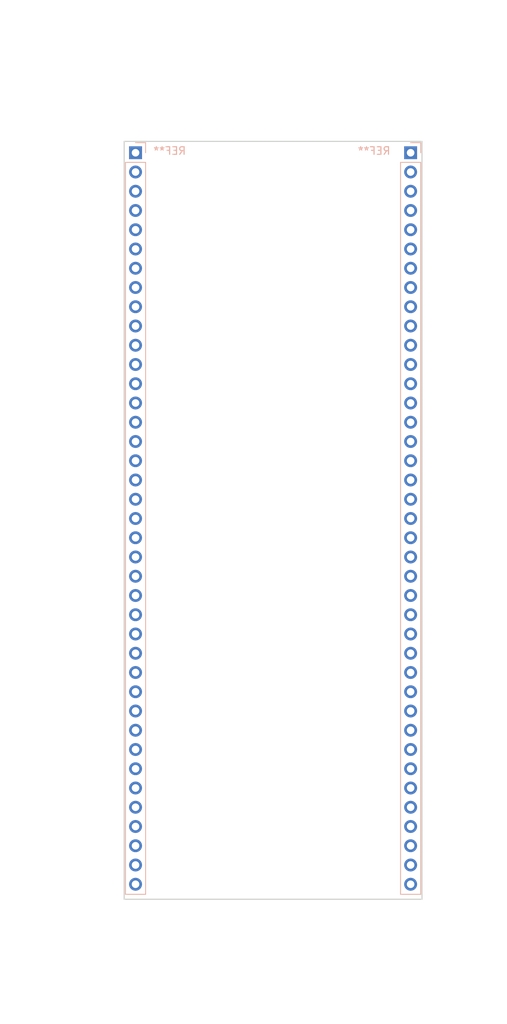
<source format=kicad_pcb>
(kicad_pcb (version 20171130) (host pcbnew no-vcs-found-a7cdd94~61~ubuntu17.10.1)

  (general
    (thickness 1.6)
    (drawings 32)
    (tracks 0)
    (zones 0)
    (modules 2)
    (nets 1)
  )

  (page A4)
  (layers
    (0 F.Cu signal)
    (31 B.Cu signal)
    (32 B.Adhes user)
    (33 F.Adhes user)
    (34 B.Paste user)
    (35 F.Paste user)
    (36 B.SilkS user)
    (37 F.SilkS user)
    (38 B.Mask user)
    (39 F.Mask user)
    (40 Dwgs.User user)
    (41 Cmts.User user)
    (42 Eco1.User user)
    (43 Eco2.User user)
    (44 Edge.Cuts user)
    (45 Margin user)
    (46 B.CrtYd user)
    (47 F.CrtYd user)
    (48 B.Fab user)
    (49 F.Fab user)
  )

  (setup
    (last_trace_width 0.25)
    (trace_clearance 0.2)
    (zone_clearance 0.508)
    (zone_45_only no)
    (trace_min 0.2)
    (segment_width 0.2)
    (edge_width 0.15)
    (via_size 0.6)
    (via_drill 0.4)
    (via_min_size 0.4)
    (via_min_drill 0.3)
    (uvia_size 0.3)
    (uvia_drill 0.1)
    (uvias_allowed no)
    (uvia_min_size 0.2)
    (uvia_min_drill 0.1)
    (pcb_text_width 0.3)
    (pcb_text_size 1.5 1.5)
    (mod_edge_width 0.15)
    (mod_text_size 1 1)
    (mod_text_width 0.15)
    (pad_size 1.524 1.524)
    (pad_drill 0.762)
    (pad_to_mask_clearance 0.2)
    (aux_axis_origin 0 0)
    (visible_elements FFFFFF7F)
    (pcbplotparams
      (layerselection 0x00030_80000001)
      (usegerberextensions false)
      (usegerberattributes false)
      (usegerberadvancedattributes false)
      (creategerberjobfile false)
      (excludeedgelayer true)
      (linewidth 0.100000)
      (plotframeref false)
      (viasonmask false)
      (mode 1)
      (useauxorigin false)
      (hpglpennumber 1)
      (hpglpenspeed 20)
      (hpglpendiameter 15)
      (psnegative false)
      (psa4output false)
      (plotreference true)
      (plotvalue true)
      (plotinvisibletext false)
      (padsonsilk false)
      (subtractmaskfromsilk false)
      (outputformat 1)
      (mirror false)
      (drillshape 1)
      (scaleselection 1)
      (outputdirectory ""))
  )

  (net 0 "")

  (net_class Default "This is the default net class."
    (clearance 0.2)
    (trace_width 0.25)
    (via_dia 0.6)
    (via_drill 0.4)
    (uvia_dia 0.3)
    (uvia_drill 0.1)
  )

  (module erack:Headers39Male (layer B.Cu) (tedit 5A842145) (tstamp 5A8E866F)
    (at 153.3 39.75 180)
    (descr "Through hole straight pin header, 1x39, 2.54mm pitch, single row")
    (tags "Through hole pin header THT 1x39 2.54mm single row")
    (fp_text reference REF** (at 4.826 0.25 180) (layer B.SilkS)
      (effects (font (size 1 1) (thickness 0.15)) (justify mirror))
    )
    (fp_text value Val** (at 0 -98.85 180) (layer B.Fab)
      (effects (font (size 1 1) (thickness 0.15)) (justify mirror))
    )
    (fp_line (start -0.635 1.27) (end 1.27 1.27) (layer B.Fab) (width 0.1))
    (fp_line (start 1.27 1.27) (end 1.27 -97.79) (layer B.Fab) (width 0.1))
    (fp_line (start 1.27 -97.79) (end -1.27 -97.79) (layer B.Fab) (width 0.1))
    (fp_line (start -1.27 -97.79) (end -1.27 0.635) (layer B.Fab) (width 0.1))
    (fp_line (start -1.27 0.635) (end -0.635 1.27) (layer B.Fab) (width 0.1))
    (fp_line (start -1.33 -97.85) (end 1.33 -97.85) (layer B.SilkS) (width 0.12))
    (fp_line (start -1.33 -1.27) (end -1.33 -97.85) (layer B.SilkS) (width 0.12))
    (fp_line (start 1.33 -1.27) (end 1.33 -97.85) (layer B.SilkS) (width 0.12))
    (fp_line (start -1.33 -1.27) (end 1.33 -1.27) (layer B.SilkS) (width 0.12))
    (fp_line (start -1.33 0) (end -1.33 1.33) (layer B.SilkS) (width 0.12))
    (fp_line (start -1.33 1.33) (end 0 1.33) (layer B.SilkS) (width 0.12))
    (fp_line (start -1.8 1.8) (end -1.8 -98.3) (layer B.CrtYd) (width 0.05))
    (fp_line (start -1.8 -98.3) (end 1.8 -98.3) (layer B.CrtYd) (width 0.05))
    (fp_line (start 1.8 -98.3) (end 1.8 1.8) (layer B.CrtYd) (width 0.05))
    (fp_line (start 1.8 1.8) (end -1.8 1.8) (layer B.CrtYd) (width 0.05))
    (fp_text user %R (at 0 -48.26 90) (layer B.Fab)
      (effects (font (size 1 1) (thickness 0.15)) (justify mirror))
    )
    (pad 1 thru_hole rect (at 0 0 180) (size 1.7 1.7) (drill 1) (layers *.Cu *.Mask))
    (pad 2 thru_hole oval (at 0 -2.54 180) (size 1.7 1.7) (drill 1) (layers *.Cu *.Mask))
    (pad 3 thru_hole oval (at 0 -5.08 180) (size 1.7 1.7) (drill 1) (layers *.Cu *.Mask))
    (pad 4 thru_hole oval (at 0 -7.62 180) (size 1.7 1.7) (drill 1) (layers *.Cu *.Mask))
    (pad 5 thru_hole oval (at 0 -10.16 180) (size 1.7 1.7) (drill 1) (layers *.Cu *.Mask))
    (pad 6 thru_hole oval (at 0 -12.7 180) (size 1.7 1.7) (drill 1) (layers *.Cu *.Mask))
    (pad 7 thru_hole oval (at 0 -15.24 180) (size 1.7 1.7) (drill 1) (layers *.Cu *.Mask))
    (pad 8 thru_hole oval (at 0 -17.78 180) (size 1.7 1.7) (drill 1) (layers *.Cu *.Mask))
    (pad 9 thru_hole oval (at 0 -20.32 180) (size 1.7 1.7) (drill 1) (layers *.Cu *.Mask))
    (pad 10 thru_hole oval (at 0 -22.86 180) (size 1.7 1.7) (drill 1) (layers *.Cu *.Mask))
    (pad 11 thru_hole oval (at 0 -25.4 180) (size 1.7 1.7) (drill 1) (layers *.Cu *.Mask))
    (pad 12 thru_hole oval (at 0 -27.94 180) (size 1.7 1.7) (drill 1) (layers *.Cu *.Mask))
    (pad 13 thru_hole oval (at 0 -30.48 180) (size 1.7 1.7) (drill 1) (layers *.Cu *.Mask))
    (pad 14 thru_hole oval (at 0 -33.02 180) (size 1.7 1.7) (drill 1) (layers *.Cu *.Mask))
    (pad 15 thru_hole oval (at 0 -35.56 180) (size 1.7 1.7) (drill 1) (layers *.Cu *.Mask))
    (pad 16 thru_hole oval (at 0 -38.1 180) (size 1.7 1.7) (drill 1) (layers *.Cu *.Mask))
    (pad 17 thru_hole oval (at 0 -40.64 180) (size 1.7 1.7) (drill 1) (layers *.Cu *.Mask))
    (pad 18 thru_hole oval (at 0 -43.18 180) (size 1.7 1.7) (drill 1) (layers *.Cu *.Mask))
    (pad 19 thru_hole oval (at 0 -45.72 180) (size 1.7 1.7) (drill 1) (layers *.Cu *.Mask))
    (pad 20 thru_hole oval (at 0 -48.26 180) (size 1.7 1.7) (drill 1) (layers *.Cu *.Mask))
    (pad 21 thru_hole oval (at 0 -50.8 180) (size 1.7 1.7) (drill 1) (layers *.Cu *.Mask))
    (pad 22 thru_hole oval (at 0 -53.34 180) (size 1.7 1.7) (drill 1) (layers *.Cu *.Mask))
    (pad 23 thru_hole oval (at 0 -55.88 180) (size 1.7 1.7) (drill 1) (layers *.Cu *.Mask))
    (pad 24 thru_hole oval (at 0 -58.42 180) (size 1.7 1.7) (drill 1) (layers *.Cu *.Mask))
    (pad 25 thru_hole oval (at 0 -60.96 180) (size 1.7 1.7) (drill 1) (layers *.Cu *.Mask))
    (pad 26 thru_hole oval (at 0 -63.5 180) (size 1.7 1.7) (drill 1) (layers *.Cu *.Mask))
    (pad 27 thru_hole oval (at 0 -66.04 180) (size 1.7 1.7) (drill 1) (layers *.Cu *.Mask))
    (pad 28 thru_hole oval (at 0 -68.58 180) (size 1.7 1.7) (drill 1) (layers *.Cu *.Mask))
    (pad 29 thru_hole oval (at 0 -71.12 180) (size 1.7 1.7) (drill 1) (layers *.Cu *.Mask))
    (pad 30 thru_hole oval (at 0 -73.66 180) (size 1.7 1.7) (drill 1) (layers *.Cu *.Mask))
    (pad 31 thru_hole oval (at 0 -76.2 180) (size 1.7 1.7) (drill 1) (layers *.Cu *.Mask))
    (pad 32 thru_hole oval (at 0 -78.74 180) (size 1.7 1.7) (drill 1) (layers *.Cu *.Mask))
    (pad 33 thru_hole oval (at 0 -81.28 180) (size 1.7 1.7) (drill 1) (layers *.Cu *.Mask))
    (pad 34 thru_hole oval (at 0 -83.82 180) (size 1.7 1.7) (drill 1) (layers *.Cu *.Mask))
    (pad 35 thru_hole oval (at 0 -86.36 180) (size 1.7 1.7) (drill 1) (layers *.Cu *.Mask))
    (pad 36 thru_hole oval (at 0 -88.9 180) (size 1.7 1.7) (drill 1) (layers *.Cu *.Mask))
    (pad 37 thru_hole oval (at 0 -91.44 180) (size 1.7 1.7) (drill 1) (layers *.Cu *.Mask))
    (pad 38 thru_hole oval (at 0 -93.98 180) (size 1.7 1.7) (drill 1) (layers *.Cu *.Mask))
    (pad 39 thru_hole oval (at 0 -96.52 180) (size 1.7 1.7) (drill 1) (layers *.Cu *.Mask))
    (model ${KISYS3DMOD}/Pin_Headers.3dshapes/Pin_Header_Straight_1x39_Pitch2.54mm.wrl
      (at (xyz 0 0 0))
      (scale (xyz 1 1 1))
      (rotate (xyz 0 0 0))
    )
    (model ${KIPRJMOD}/libraries/erack.pretty/PinHeader_1x39_P2.54mm_Vertical.wrl
      (at (xyz 0 0 0))
      (scale (xyz 1 1 1))
      (rotate (xyz 0 0 0))
    )
  )

  (module erack:Headers39Male (layer B.Cu) (tedit 5A842145) (tstamp 5A8E82BA)
    (at 117 39.75 180)
    (descr "Through hole straight pin header, 1x39, 2.54mm pitch, single row")
    (tags "Through hole pin header THT 1x39 2.54mm single row")
    (fp_text reference REF** (at -4.5 0.25 180) (layer B.SilkS)
      (effects (font (size 1 1) (thickness 0.15)) (justify mirror))
    )
    (fp_text value Val** (at 0 -98.85 180) (layer B.Fab)
      (effects (font (size 1 1) (thickness 0.15)) (justify mirror))
    )
    (fp_line (start -0.635 1.27) (end 1.27 1.27) (layer B.Fab) (width 0.1))
    (fp_line (start 1.27 1.27) (end 1.27 -97.79) (layer B.Fab) (width 0.1))
    (fp_line (start 1.27 -97.79) (end -1.27 -97.79) (layer B.Fab) (width 0.1))
    (fp_line (start -1.27 -97.79) (end -1.27 0.635) (layer B.Fab) (width 0.1))
    (fp_line (start -1.27 0.635) (end -0.635 1.27) (layer B.Fab) (width 0.1))
    (fp_line (start -1.33 -97.85) (end 1.33 -97.85) (layer B.SilkS) (width 0.12))
    (fp_line (start -1.33 -1.27) (end -1.33 -97.85) (layer B.SilkS) (width 0.12))
    (fp_line (start 1.33 -1.27) (end 1.33 -97.85) (layer B.SilkS) (width 0.12))
    (fp_line (start -1.33 -1.27) (end 1.33 -1.27) (layer B.SilkS) (width 0.12))
    (fp_line (start -1.33 0) (end -1.33 1.33) (layer B.SilkS) (width 0.12))
    (fp_line (start -1.33 1.33) (end 0 1.33) (layer B.SilkS) (width 0.12))
    (fp_line (start -1.8 1.8) (end -1.8 -98.3) (layer B.CrtYd) (width 0.05))
    (fp_line (start -1.8 -98.3) (end 1.8 -98.3) (layer B.CrtYd) (width 0.05))
    (fp_line (start 1.8 -98.3) (end 1.8 1.8) (layer B.CrtYd) (width 0.05))
    (fp_line (start 1.8 1.8) (end -1.8 1.8) (layer B.CrtYd) (width 0.05))
    (fp_text user %R (at 0 -48.26 90) (layer B.Fab)
      (effects (font (size 1 1) (thickness 0.15)) (justify mirror))
    )
    (pad 1 thru_hole rect (at 0 0 180) (size 1.7 1.7) (drill 1) (layers *.Cu *.Mask))
    (pad 2 thru_hole oval (at 0 -2.54 180) (size 1.7 1.7) (drill 1) (layers *.Cu *.Mask))
    (pad 3 thru_hole oval (at 0 -5.08 180) (size 1.7 1.7) (drill 1) (layers *.Cu *.Mask))
    (pad 4 thru_hole oval (at 0 -7.62 180) (size 1.7 1.7) (drill 1) (layers *.Cu *.Mask))
    (pad 5 thru_hole oval (at 0 -10.16 180) (size 1.7 1.7) (drill 1) (layers *.Cu *.Mask))
    (pad 6 thru_hole oval (at 0 -12.7 180) (size 1.7 1.7) (drill 1) (layers *.Cu *.Mask))
    (pad 7 thru_hole oval (at 0 -15.24 180) (size 1.7 1.7) (drill 1) (layers *.Cu *.Mask))
    (pad 8 thru_hole oval (at 0 -17.78 180) (size 1.7 1.7) (drill 1) (layers *.Cu *.Mask))
    (pad 9 thru_hole oval (at 0 -20.32 180) (size 1.7 1.7) (drill 1) (layers *.Cu *.Mask))
    (pad 10 thru_hole oval (at 0 -22.86 180) (size 1.7 1.7) (drill 1) (layers *.Cu *.Mask))
    (pad 11 thru_hole oval (at 0 -25.4 180) (size 1.7 1.7) (drill 1) (layers *.Cu *.Mask))
    (pad 12 thru_hole oval (at 0 -27.94 180) (size 1.7 1.7) (drill 1) (layers *.Cu *.Mask))
    (pad 13 thru_hole oval (at 0 -30.48 180) (size 1.7 1.7) (drill 1) (layers *.Cu *.Mask))
    (pad 14 thru_hole oval (at 0 -33.02 180) (size 1.7 1.7) (drill 1) (layers *.Cu *.Mask))
    (pad 15 thru_hole oval (at 0 -35.56 180) (size 1.7 1.7) (drill 1) (layers *.Cu *.Mask))
    (pad 16 thru_hole oval (at 0 -38.1 180) (size 1.7 1.7) (drill 1) (layers *.Cu *.Mask))
    (pad 17 thru_hole oval (at 0 -40.64 180) (size 1.7 1.7) (drill 1) (layers *.Cu *.Mask))
    (pad 18 thru_hole oval (at 0 -43.18 180) (size 1.7 1.7) (drill 1) (layers *.Cu *.Mask))
    (pad 19 thru_hole oval (at 0 -45.72 180) (size 1.7 1.7) (drill 1) (layers *.Cu *.Mask))
    (pad 20 thru_hole oval (at 0 -48.26 180) (size 1.7 1.7) (drill 1) (layers *.Cu *.Mask))
    (pad 21 thru_hole oval (at 0 -50.8 180) (size 1.7 1.7) (drill 1) (layers *.Cu *.Mask))
    (pad 22 thru_hole oval (at 0 -53.34 180) (size 1.7 1.7) (drill 1) (layers *.Cu *.Mask))
    (pad 23 thru_hole oval (at 0 -55.88 180) (size 1.7 1.7) (drill 1) (layers *.Cu *.Mask))
    (pad 24 thru_hole oval (at 0 -58.42 180) (size 1.7 1.7) (drill 1) (layers *.Cu *.Mask))
    (pad 25 thru_hole oval (at 0 -60.96 180) (size 1.7 1.7) (drill 1) (layers *.Cu *.Mask))
    (pad 26 thru_hole oval (at 0 -63.5 180) (size 1.7 1.7) (drill 1) (layers *.Cu *.Mask))
    (pad 27 thru_hole oval (at 0 -66.04 180) (size 1.7 1.7) (drill 1) (layers *.Cu *.Mask))
    (pad 28 thru_hole oval (at 0 -68.58 180) (size 1.7 1.7) (drill 1) (layers *.Cu *.Mask))
    (pad 29 thru_hole oval (at 0 -71.12 180) (size 1.7 1.7) (drill 1) (layers *.Cu *.Mask))
    (pad 30 thru_hole oval (at 0 -73.66 180) (size 1.7 1.7) (drill 1) (layers *.Cu *.Mask))
    (pad 31 thru_hole oval (at 0 -76.2 180) (size 1.7 1.7) (drill 1) (layers *.Cu *.Mask))
    (pad 32 thru_hole oval (at 0 -78.74 180) (size 1.7 1.7) (drill 1) (layers *.Cu *.Mask))
    (pad 33 thru_hole oval (at 0 -81.28 180) (size 1.7 1.7) (drill 1) (layers *.Cu *.Mask))
    (pad 34 thru_hole oval (at 0 -83.82 180) (size 1.7 1.7) (drill 1) (layers *.Cu *.Mask))
    (pad 35 thru_hole oval (at 0 -86.36 180) (size 1.7 1.7) (drill 1) (layers *.Cu *.Mask))
    (pad 36 thru_hole oval (at 0 -88.9 180) (size 1.7 1.7) (drill 1) (layers *.Cu *.Mask))
    (pad 37 thru_hole oval (at 0 -91.44 180) (size 1.7 1.7) (drill 1) (layers *.Cu *.Mask))
    (pad 38 thru_hole oval (at 0 -93.98 180) (size 1.7 1.7) (drill 1) (layers *.Cu *.Mask))
    (pad 39 thru_hole oval (at 0 -96.52 180) (size 1.7 1.7) (drill 1) (layers *.Cu *.Mask))
    (model ${KISYS3DMOD}/Pin_Headers.3dshapes/Pin_Header_Straight_1x39_Pitch2.54mm.wrl
      (at (xyz 0 0 0))
      (scale (xyz 1 1 1))
      (rotate (xyz 0 0 0))
    )
    (model ${KIPRJMOD}/libraries/erack.pretty/PinHeader_1x39_P2.54mm_Vertical.wrl
      (at (xyz 0 0 0))
      (scale (xyz 1 1 1))
      (rotate (xyz 0 0 0))
    )
  )

  (dimension 32.9 (width 0.3) (layer Cmts.User)
    (gr_text "32,900 mm" (at 131.45 21.45) (layer Cmts.User)
      (effects (font (size 1.5 1.5) (thickness 0.3)))
    )
    (feature1 (pts (xy 147.9 27) (xy 147.9 20.1)))
    (feature2 (pts (xy 115 27) (xy 115 20.1)))
    (crossbar (pts (xy 115 22.8) (xy 147.9 22.8)))
    (arrow1a (pts (xy 147.9 22.8) (xy 146.773496 23.386421)))
    (arrow1b (pts (xy 147.9 22.8) (xy 146.773496 22.213579)))
    (arrow2a (pts (xy 115 22.8) (xy 116.126504 23.386421)))
    (arrow2b (pts (xy 115 22.8) (xy 116.126504 22.213579)))
  )
  (gr_arc (start 148.8 27) (end 150.3 27) (angle 90) (layer F.Fab) (width 0.2) (tstamp 5A7C3F61))
  (gr_arc (start 148.8 27) (end 148.8 25.5) (angle 90) (layer F.Fab) (width 0.2) (tstamp 5A7C3F60))
  (gr_arc (start 146.8 27) (end 145.3 27) (angle 90) (layer F.Fab) (width 0.2) (tstamp 5A7C3F5F))
  (gr_arc (start 146.8 27) (end 146.8 28.5) (angle 90) (layer F.Fab) (width 0.2) (tstamp 5A7C3F5E))
  (gr_line (start 146.8 25.5) (end 148.8 25.5) (angle 90) (layer F.Fab) (width 0.2) (tstamp 5A7C3F5D))
  (gr_line (start 148.8 28.5) (end 146.8 28.5) (angle 90) (layer F.Fab) (width 0.2) (tstamp 5A7C3F5C))
  (gr_line (start 145.3 27) (end 150.3 27) (angle 90) (layer F.Fab) (width 0.2) (tstamp 5A7C3F32))
  (gr_line (start 147.9 25.5) (end 147.9 28.5) (angle 90) (layer F.Fab) (width 0.2) (tstamp 5A7C3EAF))
  (dimension 14.25 (width 0.3) (layer Cmts.User)
    (gr_text "14,250 mm" (at 105.400001 145.375 270) (layer Cmts.User)
      (effects (font (size 1.5 1.5) (thickness 0.3)))
    )
    (feature1 (pts (xy 115.5 152.5) (xy 104.050001 152.5)))
    (feature2 (pts (xy 115.5 138.25) (xy 104.050001 138.25)))
    (crossbar (pts (xy 106.750001 138.25) (xy 106.750001 152.5)))
    (arrow1a (pts (xy 106.750001 152.5) (xy 106.16358 151.373496)))
    (arrow1b (pts (xy 106.750001 152.5) (xy 107.336422 151.373496)))
    (arrow2a (pts (xy 106.750001 138.25) (xy 106.16358 139.376504)))
    (arrow2b (pts (xy 106.750001 138.25) (xy 107.336422 139.376504)))
  )
  (dimension 100 (width 0.3) (layer Cmts.User) (tstamp 5A7C4005)
    (gr_text "100,000 mm" (at 158.893428 88.251215 270) (layer Cmts.User) (tstamp 5A7C4005)
      (effects (font (size 1.5 1.5) (thickness 0.3)))
    )
    (feature1 (pts (xy 154.793428 138.251215) (xy 160.243428 138.251215)))
    (feature2 (pts (xy 154.793428 38.251215) (xy 160.243428 38.251215)))
    (crossbar (pts (xy 157.543428 38.251215) (xy 157.543428 138.251215)))
    (arrow1a (pts (xy 157.543428 138.251215) (xy 156.957007 137.124711)))
    (arrow1b (pts (xy 157.543428 138.251215) (xy 158.129849 137.124711)))
    (arrow2a (pts (xy 157.543428 38.251215) (xy 156.957007 39.377719)))
    (arrow2b (pts (xy 157.543428 38.251215) (xy 158.129849 39.377719)))
  )
  (dimension 14.25 (width 0.3) (layer Cmts.User)
    (gr_text "14,250 mm" (at 108.15 31.125 270) (layer Cmts.User)
      (effects (font (size 1.5 1.5) (thickness 0.3)))
    )
    (feature1 (pts (xy 115.5 38.25) (xy 106.8 38.25)))
    (feature2 (pts (xy 115.5 24) (xy 106.8 24)))
    (crossbar (pts (xy 109.5 24) (xy 109.5 38.25)))
    (arrow1a (pts (xy 109.5 38.25) (xy 108.913579 37.123496)))
    (arrow1b (pts (xy 109.5 38.25) (xy 110.086421 37.123496)))
    (arrow2a (pts (xy 109.5 24) (xy 108.913579 25.126504)))
    (arrow2b (pts (xy 109.5 24) (xy 110.086421 25.126504)))
  )
  (dimension 128.5 (width 0.3) (layer Cmts.User)
    (gr_text "128,500 mm" (at 163.335195 88.25 270) (layer Cmts.User)
      (effects (font (size 1.5 1.5) (thickness 0.3)))
    )
    (feature1 (pts (xy 155.285195 152.5) (xy 164.685195 152.5)))
    (feature2 (pts (xy 155.285195 24) (xy 164.685195 24)))
    (crossbar (pts (xy 161.985195 24) (xy 161.985195 152.5)))
    (arrow1a (pts (xy 161.985195 152.5) (xy 161.398774 151.373496)))
    (arrow1b (pts (xy 161.985195 152.5) (xy 162.571616 151.373496)))
    (arrow2a (pts (xy 161.985195 24) (xy 161.398774 25.126504)))
    (arrow2b (pts (xy 161.985195 24) (xy 162.571616 25.126504)))
  )
  (gr_line (start 122.5 148) (end 122.5 151) (angle 90) (layer F.Fab) (width 0.2))
  (gr_line (start 120 149.5) (end 125 149.5) (angle 90) (layer F.Fab) (width 0.2))
  (gr_line (start 121.5 151) (end 123.5 151) (angle 90) (layer F.Fab) (width 0.2))
  (gr_line (start 121.5 148) (end 123.5 148) (angle 90) (layer F.Fab) (width 0.2))
  (gr_arc (start 123.5 149.5) (end 125 149.5) (angle 90) (layer F.Fab) (width 0.2))
  (gr_arc (start 123.5 149.5) (end 123.5 148) (angle 90) (layer F.Fab) (width 0.2))
  (gr_arc (start 121.5 149.5) (end 121.5 151) (angle 90) (layer F.Fab) (width 0.2))
  (gr_arc (start 121.5 149.5) (end 120 149.5) (angle 90) (layer F.Fab) (width 0.2))
  (gr_line (start 121.5 149.5) (end 122 149.5) (angle 90) (layer F.Fab) (width 0.2))
  (dimension 3 (width 0.3) (layer Cmts.User)
    (gr_text "3,000 mm" (at 109.5 152 270) (layer Cmts.User)
      (effects (font (size 1.5 1.5) (thickness 0.3)))
    )
    (feature1 (pts (xy 122.5 152.5) (xy 110.8 152.5)))
    (feature2 (pts (xy 122.5 149.5) (xy 110.8 149.5)))
    (crossbar (pts (xy 113.5 149.5) (xy 113.5 152.5)))
    (arrow1a (pts (xy 113.5 152.5) (xy 112.913579 151.373496)))
    (arrow1b (pts (xy 113.5 152.5) (xy 114.086421 151.373496)))
    (arrow2a (pts (xy 113.5 149.5) (xy 112.913579 150.626504)))
    (arrow2b (pts (xy 113.5 149.5) (xy 114.086421 150.626504)))
  )
  (dimension 7.5 (width 0.3) (layer Cmts.User)
    (gr_text "7,500 mm" (at 119 158) (layer Cmts.User)
      (effects (font (size 1.5 1.5) (thickness 0.3)))
    )
    (feature1 (pts (xy 122.5 149.5) (xy 122.5 156.7)))
    (feature2 (pts (xy 115 149.5) (xy 115 156.7)))
    (crossbar (pts (xy 115 154) (xy 122.5 154)))
    (arrow1a (pts (xy 122.5 154) (xy 121.373496 154.586421)))
    (arrow1b (pts (xy 122.5 154) (xy 121.373496 153.413579)))
    (arrow2a (pts (xy 115 154) (xy 116.126504 154.586421)))
    (arrow2b (pts (xy 115 154) (xy 116.126504 153.413579)))
  )
  (gr_line (start 154.8 38.25) (end 154.8 138.25) (angle 90) (layer Edge.Cuts) (width 0.15) (tstamp 5A76ADBD))
  (gr_line (start 115.5 138.25) (end 154.8 138.25) (angle 90) (layer Edge.Cuts) (width 0.15) (tstamp 5A76ADAE))
  (gr_line (start 115.5 38.25) (end 154.8 38.25) (angle 90) (layer Edge.Cuts) (width 0.15))
  (gr_line (start 115.5 38.25) (end 115.5 138.25) (angle 90) (layer Edge.Cuts) (width 0.15))
  (gr_line (start 115 24) (end 155.3 24) (angle 90) (layer F.Fab) (width 0.2))
  (gr_line (start 155.3 152.5) (end 155.3 24) (angle 90) (layer F.Fab) (width 0.2))
  (gr_line (start 115 152.5) (end 155.3 152.5) (angle 90) (layer F.Fab) (width 0.2))
  (gr_line (start 115 152.5) (end 115 24) (angle 90) (layer F.Fab) (width 0.2))

)

</source>
